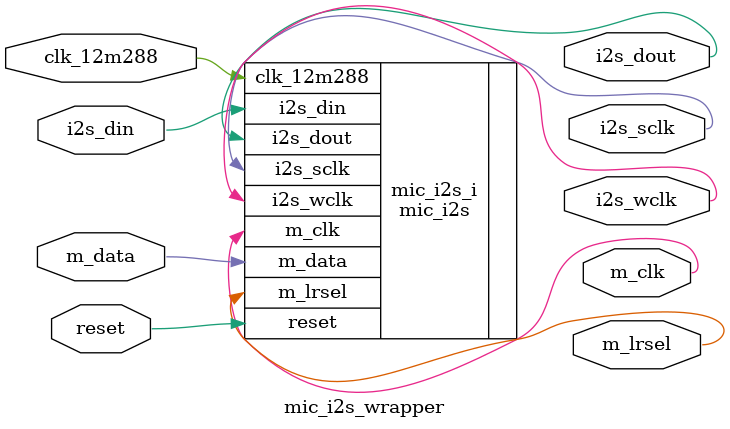
<source format=v>
`timescale 1 ps / 1 ps

module mic_i2s_wrapper
   (clk_12m288,
    i2s_din,
    i2s_dout,
    i2s_sclk,
    i2s_wclk,
    m_clk,
    m_data,
    m_lrsel,
    reset);
  input clk_12m288;
  input i2s_din;
  output i2s_dout;
  output i2s_sclk;
  output i2s_wclk;
  output m_clk;
  input m_data;
  output m_lrsel;
  input reset;

  wire clk_12m288;
  wire i2s_din;
  wire i2s_dout;
  wire i2s_sclk;
  wire i2s_wclk;
  wire m_clk;
  wire m_data;
  wire m_lrsel;
  wire reset;

  mic_i2s mic_i2s_i
       (.clk_12m288(clk_12m288),
        .i2s_din(i2s_din),
        .i2s_dout(i2s_dout),
        .i2s_sclk(i2s_sclk),
        .i2s_wclk(i2s_wclk),
        .m_clk(m_clk),
        .m_data(m_data),
        .m_lrsel(m_lrsel),
        .reset(reset));
endmodule

</source>
